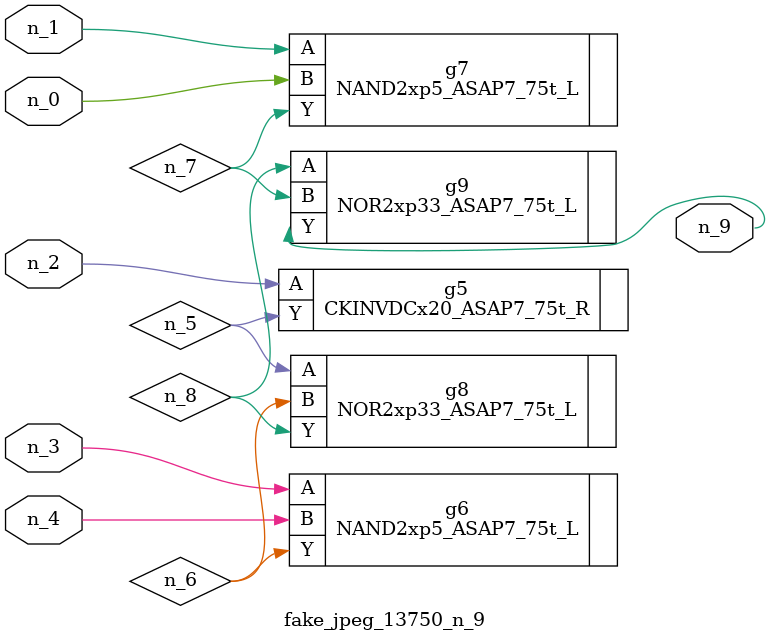
<source format=v>
module fake_jpeg_13750_n_9 (n_3, n_2, n_1, n_0, n_4, n_9);

input n_3;
input n_2;
input n_1;
input n_0;
input n_4;

output n_9;

wire n_8;
wire n_6;
wire n_5;
wire n_7;

CKINVDCx20_ASAP7_75t_R g5 ( 
.A(n_2),
.Y(n_5)
);

NAND2xp5_ASAP7_75t_L g6 ( 
.A(n_3),
.B(n_4),
.Y(n_6)
);

NAND2xp5_ASAP7_75t_L g7 ( 
.A(n_1),
.B(n_0),
.Y(n_7)
);

NOR2xp33_ASAP7_75t_L g8 ( 
.A(n_5),
.B(n_6),
.Y(n_8)
);

NOR2xp33_ASAP7_75t_L g9 ( 
.A(n_8),
.B(n_7),
.Y(n_9)
);


endmodule
</source>
